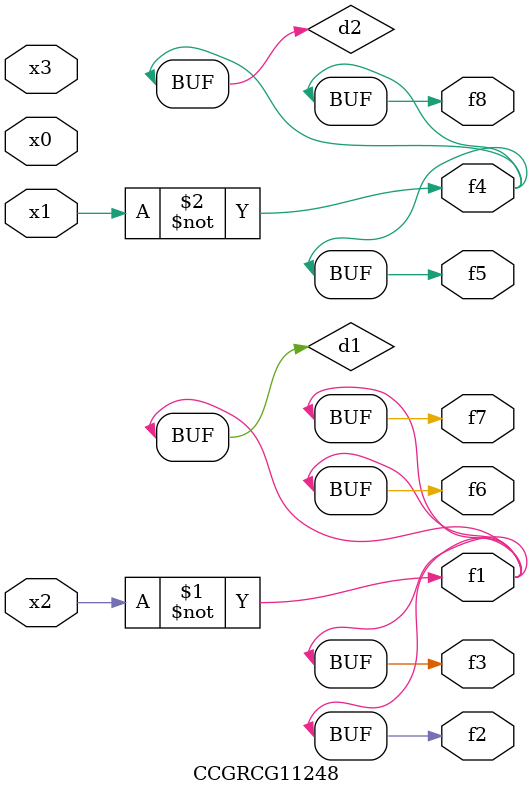
<source format=v>
module CCGRCG11248(
	input x0, x1, x2, x3,
	output f1, f2, f3, f4, f5, f6, f7, f8
);

	wire d1, d2;

	xnor (d1, x2);
	not (d2, x1);
	assign f1 = d1;
	assign f2 = d1;
	assign f3 = d1;
	assign f4 = d2;
	assign f5 = d2;
	assign f6 = d1;
	assign f7 = d1;
	assign f8 = d2;
endmodule

</source>
